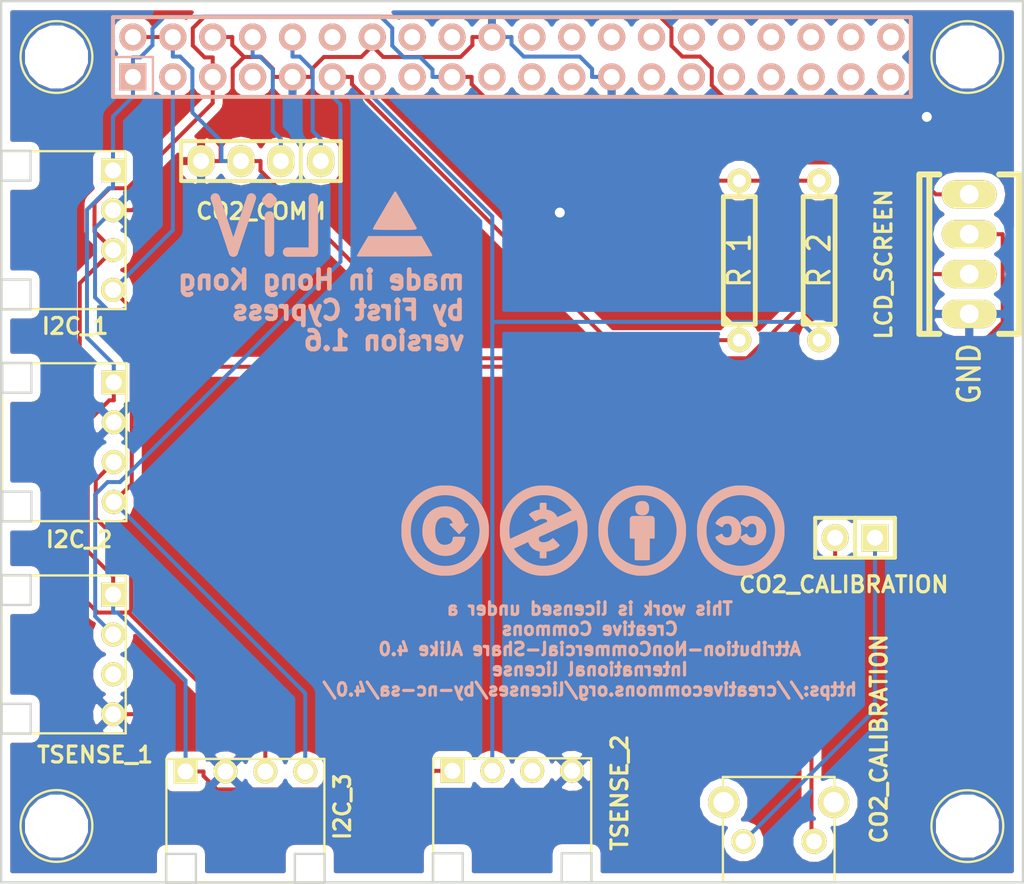
<source format=kicad_pcb>
(kicad_pcb (version 4) (host pcbnew "(2014-09-10 BZR 5127)-product")
  (layers (0 F.Cu signal) (31 B.Cu signal) (34 B.Paste user) (35 F.Paste user) (36 B.SilkS user) (37 F.SilkS user) (38 B.Mask user) (39 F.Mask user) (44 Edge.Cuts user))
  (net 0 "")
  (net 1 /GPIO_14)
  (net 2 /GPIO_15)
  (net 3 /GPIO_17)
  (net 4 /GPIO_2)
  (net 5 /GPIO_27)
  (net 6 /GPIO_3)
  (net 7 +3.3V)
  (net 8 +5V)
  (net 9 GND)
  (net 10 /GPIO_7)
  (net 11 /GPIO_11)
  (net 12 /GPIO_8)
  (net 13 /GPIO_9)
  (net 14 /GPIO_25)
  (net 15 /GPIO_10)
  (net 16 /GPIO_24)
  (net 17 /GPIO_22)
  (net 18 /GPIO_23)
  (net 19 /GPIO_18)
  (net 20 /GPIO_4)
  (net 21 /NC_27)
  (net 22 /NC_28)
  (net 23 "Net-(rpi40-Pad30)")
  (net 24 "Net-(rpi40-Pad29)")
  (net 25 "Net-(rpi40-Pad32)")
  (net 26 "Net-(rpi40-Pad31)")
  (net 27 "Net-(rpi40-Pad34)")
  (net 28 "Net-(rpi40-Pad33)")
  (net 29 "Net-(rpi40-Pad36)")
  (net 30 "Net-(rpi40-Pad38)")
  (net 31 "Net-(rpi40-Pad35)")
  (net 32 "Net-(rpi40-Pad37)")
  (net 33 "Net-(rpi40-Pad40)")
  (net 34 "Net-(rpi40-Pad39)")
  (net 35 "Net-(temp_1-Pad3)")
  (net 36 "Net-(temp_2-Pad3)")
  (net 37 "Net-(co2_calibration1-Pad1)")
  (net 38 "Net-(co2_calibration1-Pad2)")
  (module Discret:R4 (layer F.Cu) (at 209.3 141.48 90)
    (fp_text reference "R 1" (at 0 0 90) (layer F.SilkS) (effects (font (size 1.397 1.27) (thickness 0.2032))))
    (fp_text value 10k hide)
    (pad 1 thru_hole circle (at -5.08 0 90) (size 1.524 1.524) (drill 0.8128) (layers *.Cu *.Mask F.SilkS) (net 3 /GPIO_17))
    (pad 2 thru_hole circle (at 5.08 0 90) (size 1.524 1.524) (drill 0.8128) (layers *.Cu *.Mask F.SilkS) (net 7 +3.3V))
  )
  (module toolbox:CONNECTOR_MOLEX_4PIN_RIGHT_ANGLE (layer F.Cu) (at 169.42 139.55 90)
    (fp_text reference i2c_1 hide)
    (fp_text value I2C_1 (at -6.121 -2.411 180) (layer F.SilkS) (effects (font (size 1.016 1.016) (thickness 0.2032))))
    (fp_line (start 3.15 -7.1) (end 3.15 -5.25) (layer Edge.Cuts) (width 0.15))
    (fp_line (start 3.15 -5.25) (end 5.05 -5.25) (layer Edge.Cuts) (width 0.15))
    (fp_line (start 5.05 -5.25) (end 5.05 -7.1) (layer Edge.Cuts) (width 0.15))
    (fp_line (start 5.05 -7.1) (end 3.15 -7.1) (layer Edge.Cuts) (width 0.15))
    (fp_line (start -5.05 -7.1) (end -3.15 -7.1) (layer Edge.Cuts) (width 0.15))
    (fp_line (start -3.15 -7.1) (end -3.15 -5.25) (layer Edge.Cuts) (width 0.15))
    (fp_line (start -3.15 -5.25) (end -5.05 -5.25) (layer Edge.Cuts) (width 0.15))
    (fp_line (start -5.05 -5.25) (end -5.05 -7.1) (layer Edge.Cuts) (width 0.15))
    (pad 4 thru_hole circle (at -3.81 0 90) (size 1.524 1.524) (drill 1.016) (layers *.Cu *.Mask F.SilkS) (net 4 /GPIO_2))
    (pad 3 thru_hole circle (at -1.27 0 90) (size 1.524 1.524) (drill 1.016) (layers *.Cu *.Mask F.SilkS) (net 6 /GPIO_3))
    (pad 2 thru_hole circle (at 1.27 0 90) (size 1.524 1.524) (drill 1.016) (layers *.Cu *.Mask F.SilkS) (net 9 GND))
    (pad 1 thru_hole rect (at 3.81 0 90) (size 1.524 1.524) (drill 1.016) (layers *.Cu *.Mask F.SilkS) (net 7 +3.3V))
  )
  (module toolbox:CONNECTOR_MOLEX_4PIN_RIGHT_ANGLE (layer F.Cu) (at 194.84 174 180)
    (fp_text reference temp_2 hide)
    (fp_text value TSENSE_2 (at -6.84 -1.389 270) (layer F.SilkS) (effects (font (size 1.016 1.016) (thickness 0.2032))))
    (fp_line (start 3.15 -7.1) (end 3.15 -5.25) (layer Edge.Cuts) (width 0.15))
    (fp_line (start 3.15 -5.25) (end 5.05 -5.25) (layer Edge.Cuts) (width 0.15))
    (fp_line (start 5.05 -5.25) (end 5.05 -7.1) (layer Edge.Cuts) (width 0.15))
    (fp_line (start 5.05 -7.1) (end 3.15 -7.1) (layer Edge.Cuts) (width 0.15))
    (fp_line (start -5.05 -7.1) (end -3.15 -7.1) (layer Edge.Cuts) (width 0.15))
    (fp_line (start -3.15 -7.1) (end -3.15 -5.25) (layer Edge.Cuts) (width 0.15))
    (fp_line (start -3.15 -5.25) (end -5.05 -5.25) (layer Edge.Cuts) (width 0.15))
    (fp_line (start -5.05 -5.25) (end -5.05 -7.1) (layer Edge.Cuts) (width 0.15))
    (pad 4 thru_hole circle (at -3.81 0 180) (size 1.524 1.524) (drill 1.016) (layers *.Cu *.Mask F.SilkS) (net 9 GND))
    (pad 3 thru_hole circle (at -1.27 0 180) (size 1.524 1.524) (drill 1.016) (layers *.Cu *.Mask F.SilkS) (net 36 "Net-(temp_2-Pad3)"))
    (pad 2 thru_hole circle (at 1.27 0 180) (size 1.524 1.524) (drill 1.016) (layers *.Cu *.Mask F.SilkS) (net 5 /GPIO_27))
    (pad 1 thru_hole rect (at 3.81 0 180) (size 1.524 1.524) (drill 1.016) (layers *.Cu *.Mask F.SilkS) (net 7 +3.3V))
  )
  (module toolbox:CONNECTOR_MOLEX_4PIN_RIGHT_ANGLE (layer F.Cu) (at 177.85 174.04 180)
    (fp_text reference i2c_3 hide)
    (fp_text value I2C_3 (at -6.177 -2.238 270) (layer F.SilkS) (effects (font (size 1.016 1.016) (thickness 0.2032))))
    (fp_line (start 3.15 -7.1) (end 3.15 -5.25) (layer Edge.Cuts) (width 0.15))
    (fp_line (start 3.15 -5.25) (end 5.05 -5.25) (layer Edge.Cuts) (width 0.15))
    (fp_line (start 5.05 -5.25) (end 5.05 -7.1) (layer Edge.Cuts) (width 0.15))
    (fp_line (start 5.05 -7.1) (end 3.15 -7.1) (layer Edge.Cuts) (width 0.15))
    (fp_line (start -5.05 -7.1) (end -3.15 -7.1) (layer Edge.Cuts) (width 0.15))
    (fp_line (start -3.15 -7.1) (end -3.15 -5.25) (layer Edge.Cuts) (width 0.15))
    (fp_line (start -3.15 -5.25) (end -5.05 -5.25) (layer Edge.Cuts) (width 0.15))
    (fp_line (start -5.05 -5.25) (end -5.05 -7.1) (layer Edge.Cuts) (width 0.15))
    (pad 4 thru_hole circle (at -3.81 0 180) (size 1.524 1.524) (drill 1.016) (layers *.Cu *.Mask F.SilkS) (net 4 /GPIO_2))
    (pad 3 thru_hole circle (at -1.27 0 180) (size 1.524 1.524) (drill 1.016) (layers *.Cu *.Mask F.SilkS) (net 6 /GPIO_3))
    (pad 2 thru_hole circle (at 1.27 0 180) (size 1.524 1.524) (drill 1.016) (layers *.Cu *.Mask F.SilkS) (net 9 GND))
    (pad 1 thru_hole rect (at 3.81 0 180) (size 1.524 1.524) (drill 1.016) (layers *.Cu *.Mask F.SilkS) (net 7 +3.3V))
  )
  (module CONNECTOR_MOLEX_4PIN_RIGHT_ANGLE (layer F.Cu) (at 169.43 166.58 90)
    (fp_text reference temp_1 hide)
    (fp_text value TSENSE_1 (at -6.396 -1.151 180) (layer F.SilkS) (effects (font (size 1.016 1.016) (thickness 0.2032))))
    (fp_line (start 3.15 -7.1) (end 3.15 -5.25) (layer Edge.Cuts) (width 0.15))
    (fp_line (start 3.15 -5.25) (end 5.05 -5.25) (layer Edge.Cuts) (width 0.15))
    (fp_line (start 5.05 -5.25) (end 5.05 -7.1) (layer Edge.Cuts) (width 0.15))
    (fp_line (start 5.05 -7.1) (end 3.15 -7.1) (layer Edge.Cuts) (width 0.15))
    (fp_line (start -5.05 -7.1) (end -3.15 -7.1) (layer Edge.Cuts) (width 0.15))
    (fp_line (start -3.15 -7.1) (end -3.15 -5.25) (layer Edge.Cuts) (width 0.15))
    (fp_line (start -3.15 -5.25) (end -5.05 -5.25) (layer Edge.Cuts) (width 0.15))
    (fp_line (start -5.05 -5.25) (end -5.05 -7.1) (layer Edge.Cuts) (width 0.15))
    (pad 4 thru_hole circle (at -3.81 0 90) (size 1.524 1.524) (drill 1.016) (layers *.Cu *.Mask F.SilkS) (net 9 GND))
    (pad 3 thru_hole circle (at -1.27 0 90) (size 1.524 1.524) (drill 1.016) (layers *.Cu *.Mask F.SilkS) (net 35 "Net-(temp_1-Pad3)"))
    (pad 2 thru_hole circle (at 1.27 0 90) (size 1.524 1.524) (drill 1.016) (layers *.Cu *.Mask F.SilkS) (net 3 /GPIO_17))
    (pad 1 thru_hole rect (at 3.81 0 90) (size 1.524 1.524) (drill 1.016) (layers *.Cu *.Mask F.SilkS) (net 7 +3.3V))
  )
  (module toolbox:CONNECTOR_MOLEX_4PIN_RIGHT_ANGLE (layer F.Cu) (at 169.47 153.06 90)
    (fp_text reference i2c_2 hide)
    (fp_text value I2C_2 (at -6.2 -2.207 180) (layer F.SilkS) (effects (font (size 1.016 1.016) (thickness 0.2032))))
    (fp_line (start 3.15 -7.1) (end 3.15 -5.25) (layer Edge.Cuts) (width 0.15))
    (fp_line (start 3.15 -5.25) (end 5.05 -5.25) (layer Edge.Cuts) (width 0.15))
    (fp_line (start 5.05 -5.25) (end 5.05 -7.1) (layer Edge.Cuts) (width 0.15))
    (fp_line (start 5.05 -7.1) (end 3.15 -7.1) (layer Edge.Cuts) (width 0.15))
    (fp_line (start -5.05 -7.1) (end -3.15 -7.1) (layer Edge.Cuts) (width 0.15))
    (fp_line (start -3.15 -7.1) (end -3.15 -5.25) (layer Edge.Cuts) (width 0.15))
    (fp_line (start -3.15 -5.25) (end -5.05 -5.25) (layer Edge.Cuts) (width 0.15))
    (fp_line (start -5.05 -5.25) (end -5.05 -7.1) (layer Edge.Cuts) (width 0.15))
    (pad 4 thru_hole circle (at -3.81 0 90) (size 1.524 1.524) (drill 1.016) (layers *.Cu *.Mask F.SilkS) (net 4 /GPIO_2))
    (pad 3 thru_hole circle (at -1.27 0 90) (size 1.524 1.524) (drill 1.016) (layers *.Cu *.Mask F.SilkS) (net 6 /GPIO_3))
    (pad 2 thru_hole circle (at 1.27 0 90) (size 1.524 1.524) (drill 1.016) (layers *.Cu *.Mask F.SilkS) (net 9 GND))
    (pad 1 thru_hole rect (at 3.81 0 90) (size 1.524 1.524) (drill 1.016) (layers *.Cu *.Mask F.SilkS) (net 7 +3.3V))
  )
  (module Sockets_MOLEX_KK-System:Socket_MOLEX-KK-RM2-54mm_Lock_4pin_straight (layer F.Cu) (at 223.94 141.08 90)
    (fp_text reference screen hide)
    (fp_text value LCD_SCREEN (at -0.65 -5.45 90) (layer F.SilkS) (effects (font (size 1.016 1.016) (thickness 0.2032))))
    (fp_text user GND (at -7.62 0 90) (layer F.SilkS) (effects (font (size 1.397 1.27) (thickness 0.2032))))
    (pad 1 thru_hole oval (at -3.81 0 90) (size 1.80086 3.50012) (drill 1.19888) (layers *.Cu *.Mask F.SilkS) (net 9 GND))
    (pad 2 thru_hole oval (at -1.27 0 90) (size 1.80086 3.50012) (drill 1.19888) (layers *.Cu *.Mask F.SilkS) (net 8 +5V))
    (pad 3 thru_hole oval (at 1.27 0 90) (size 1.80086 3.50012) (drill 1.19888) (layers *.Cu *.Mask F.SilkS) (net 4 /GPIO_2))
    (pad 4 thru_hole oval (at 3.81 0 90) (size 1.80086 3.50012) (drill 1.19888) (layers *.Cu *.Mask F.SilkS) (net 6 /GPIO_3))
  )
  (module Socket_Strips:Socket_Strip_Straight_2x01 (layer F.Cu) (at 216.67 159.15 90)
    (fp_text reference co2_reset1 hide)
    (fp_text value CO2_CALIBRATION (at -2.98 -0.72 180) (layer F.SilkS) (effects (font (size 1.016 1.016) (thickness 0.2032))))
    (pad 1 thru_hole rect (at 0 1.27 90) (size 1.7272 1.7272) (drill 1.016) (layers *.Cu *.Mask F.SilkS) (net 38 "Net-(co2_calibration1-Pad2)"))
    (pad 2 thru_hole oval (at 0 -1.27 90) (size 1.7272 1.7272) (drill 1.016) (layers *.Cu *.Mask F.SilkS) (net 37 "Net-(co2_calibration1-Pad1)"))
  )
  (module Socket_Strips:Socket_Strip_Straight_1x04 (layer F.Cu) (at 178.84 135.15)
    (fp_text reference co2_comm hide)
    (fp_text value CO2_COMM (at 0 3.2) (layer F.SilkS) (effects (font (size 1.016 1.016) (thickness 0.2032))))
    (pad 1 thru_hole oval (at 3.81 0 180) (size 1.7272 2.032) (drill 1.016) (layers *.Cu *.Mask F.SilkS) (net 2 /GPIO_15))
    (pad 2 thru_hole oval (at 1.27 0 180) (size 1.7272 2.032) (drill 1.016) (layers *.Cu *.Mask F.SilkS) (net 1 /GPIO_14))
    (pad 3 thru_hole oval (at -1.27 0 180) (size 1.7272 2.032) (drill 1.016) (layers *.Cu *.Mask F.SilkS) (net 8 +5V))
    (pad 4 thru_hole oval (at -3.81 0 180) (size 1.7272 2.032) (drill 1.016) (layers *.Cu *.Mask F.SilkS) (net 9 GND))
  )
  (module toolbox:SWITCH_TACT_RIGHT_ANGLE (layer F.Cu) (at 211.81 178.49 180)
    (fp_text reference co2_calibration1 hide)
    (fp_text value CO2_CALIBRATION (at -6.38 6.53 270) (layer F.SilkS) (effects (font (size 1.016 1.016) (thickness 0.2032))))
    (pad 1 thru_hole circle (at -2.25 0 180) (size 1.6 1.6) (drill 1) (layers *.Cu *.Mask F.SilkS) (net 37 "Net-(co2_calibration1-Pad1)"))
    (pad 2 thru_hole circle (at 2.25 0 180) (size 1.524 1.524) (drill 1) (layers *.Cu *.Mask F.SilkS) (net 38 "Net-(co2_calibration1-Pad2)"))
    (pad "" np_thru_hole circle (at -3.505 2.49 180) (size 2 2) (drill 1.3) (layers *.Cu *.Mask F.SilkS))
    (pad "" np_thru_hole circle (at 3.505 2.49 180) (size 2 2) (drill 1.3) (layers *.Cu *.Mask F.SilkS))
  )
  (module Discret:R4 (layer F.Cu) (at 214.38 141.48 90)
    (fp_text reference "R 2" (at 0 0 90) (layer F.SilkS) (effects (font (size 1.397 1.27) (thickness 0.2032))))
    (fp_text value 10k hide)
    (pad 1 thru_hole circle (at -5.08 0 90) (size 1.524 1.524) (drill 0.8128) (layers *.Cu *.Mask F.SilkS) (net 5 /GPIO_27))
    (pad 2 thru_hole circle (at 5.08 0 90) (size 1.524 1.524) (drill 0.8128) (layers *.Cu *.Mask F.SilkS) (net 7 +3.3V))
  )
  (module toolbox:mountingHole (layer F.Cu) (at 223.82 177.52)
    (fp_text reference 3_MNT_HOLE_RPI_PLUS hide)
    (fp_text value "" hide)
    (pad "" np_thru_hole circle (at 0 0) (size 3 3) (drill 3) (layers *.Mask F.Cu F.SilkS))
  )
  (module toolbox:mountingHole (layer F.Cu) (at 165.82 177.51)
    (fp_text reference 4_MNT_HOLE_RPI_PLUS hide)
    (fp_text value "" hide)
    (pad "" np_thru_hole circle (at 0 0.01) (size 3 3) (drill 3) (layers *.Mask F.Cu F.SilkS))
  )
  (module toolbox:mountingHole (layer F.Cu) (at 165.82 128.52)
    (fp_text reference 1_MNT_HOLE_RPI_PLUS hide)
    (fp_text value "" hide)
    (pad "" np_thru_hole circle (at 0 0) (size 3 3) (drill 3) (layers *.Mask F.Cu F.SilkS))
  )
  (module toolbox:mountingHole (layer F.Cu) (at 223.82 128.52)
    (fp_text reference 2_MNT_HOLE_RPI_PLUS hide)
    (fp_text value "" hide)
    (pad "" np_thru_hole circle (at 0 0) (size 3 3) (drill 3) (layers *.Mask F.Cu F.SilkS))
  )
  (module toolbox:Socket_Strip_Straight_2x13 (layer B.Cu) (at 188.47 128.52 180)
    (fp_text reference rpi40 hide)
    (fp_text value CONN_20X2 hide)
    (pad 27 thru_hole oval (at -15.24 -1.27 180) (size 1.7272 1.7272) (drill 1.016) (layers *.Cu *.Mask B.SilkS) (net 21 /NC_27))
    (pad 28 thru_hole oval (at -15.24 1.27 180) (size 1.7272 1.7272) (drill 1.016) (layers *.Cu *.Mask B.SilkS) (net 22 /NC_28))
    (pad 25 thru_hole oval (at -12.7 -1.27 180) (size 1.7272 1.7272) (drill 1.016) (layers *.Cu *.Mask B.SilkS) (net 9 GND))
    (pad 26 thru_hole oval (at -12.7 1.27 180) (size 1.7272 1.7272) (drill 1.016) (layers *.Cu *.Mask B.SilkS) (net 10 /GPIO_7))
    (pad 23 thru_hole oval (at -10.16 -1.27 180) (size 1.7272 1.7272) (drill 1.016) (layers *.Cu *.Mask B.SilkS) (net 11 /GPIO_11))
    (pad 24 thru_hole oval (at -10.16 1.27 180) (size 1.7272 1.7272) (drill 1.016) (layers *.Cu *.Mask B.SilkS) (net 12 /GPIO_8))
    (pad 21 thru_hole oval (at -7.62 -1.27 180) (size 1.7272 1.7272) (drill 1.016) (layers *.Cu *.Mask B.SilkS) (net 13 /GPIO_9))
    (pad 22 thru_hole oval (at -7.62 1.27 180) (size 1.7272 1.7272) (drill 1.016) (layers *.Cu *.Mask B.SilkS) (net 14 /GPIO_25))
    (pad 19 thru_hole oval (at -5.08 -1.27 180) (size 1.7272 1.7272) (drill 1.016) (layers *.Cu *.Mask B.SilkS) (net 15 /GPIO_10))
    (pad 20 thru_hole oval (at -5.08 1.27 180) (size 1.7272 1.7272) (drill 1.016) (layers *.Cu *.Mask B.SilkS) (net 9 GND))
    (pad 17 thru_hole oval (at -2.54 -1.27 180) (size 1.7272 1.7272) (drill 1.016) (layers *.Cu *.Mask B.SilkS) (net 7 +3.3V))
    (pad 18 thru_hole oval (at -2.54 1.27 180) (size 1.7272 1.7272) (drill 1.016) (layers *.Cu *.Mask B.SilkS) (net 16 /GPIO_24))
    (pad 15 thru_hole oval (at 0 -1.27 180) (size 1.7272 1.7272) (drill 1.016) (layers *.Cu *.Mask B.SilkS) (net 17 /GPIO_22))
    (pad 16 thru_hole oval (at 0 1.27 180) (size 1.7272 1.7272) (drill 1.016) (layers *.Cu *.Mask B.SilkS) (net 18 /GPIO_23))
    (pad 13 thru_hole oval (at 2.54 -1.27 180) (size 1.7272 1.7272) (drill 1.016) (layers *.Cu *.Mask B.SilkS) (net 5 /GPIO_27))
    (pad 14 thru_hole oval (at 2.54 1.27 180) (size 1.7272 1.7272) (drill 1.016) (layers *.Cu *.Mask B.SilkS) (net 9 GND))
    (pad 11 thru_hole oval (at 5.08 -1.27 180) (size 1.7272 1.7272) (drill 1.016) (layers *.Cu *.Mask B.SilkS) (net 3 /GPIO_17))
    (pad 12 thru_hole oval (at 5.08 1.27 180) (size 1.7272 1.7272) (drill 1.016) (layers *.Cu *.Mask B.SilkS) (net 19 /GPIO_18))
    (pad 9 thru_hole oval (at 7.62 -1.27 180) (size 1.7272 1.7272) (drill 1.016) (layers *.Cu *.Mask B.SilkS) (net 9 GND))
    (pad 10 thru_hole oval (at 7.62 1.27 180) (size 1.7272 1.7272) (drill 1.016) (layers *.Cu *.Mask B.SilkS) (net 2 /GPIO_15))
    (pad 7 thru_hole oval (at 10.16 -1.27 180) (size 1.7272 1.7272) (drill 1.016) (layers *.Cu *.Mask B.SilkS) (net 20 /GPIO_4))
    (pad 8 thru_hole oval (at 10.16 1.27 180) (size 1.7272 1.7272) (drill 1.016) (layers *.Cu *.Mask B.SilkS) (net 1 /GPIO_14))
    (pad 5 thru_hole oval (at 12.7 -1.27 180) (size 1.7272 1.7272) (drill 1.016) (layers *.Cu *.Mask B.SilkS) (net 6 /GPIO_3))
    (pad 6 thru_hole oval (at 12.7 1.27 180) (size 1.7272 1.7272) (drill 1.016) (layers *.Cu *.Mask B.SilkS) (net 9 GND))
    (pad 3 thru_hole oval (at 15.24 -1.27 180) (size 1.7272 1.7272) (drill 1.016) (layers *.Cu *.Mask B.SilkS) (net 4 /GPIO_2))
    (pad 4 thru_hole oval (at 15.24 1.27 180) (size 1.7272 1.7272) (drill 1.016) (layers *.Cu *.Mask B.SilkS) (net 8 +5V))
    (pad 2 thru_hole oval (at 17.78 1.27 180) (size 1.7272 1.7272) (drill 1.016) (layers *.Cu *.Mask B.SilkS) (net 8 +5V))
    (pad 1 thru_hole rect (at 17.78 -1.27 180) (size 1.7272 1.7272) (drill 1.016) (layers *.Cu *.Mask B.SilkS) (net 7 +3.3V))
    (pad 30 thru_hole circle (at -17.78 1.27) (size 1.7272 1.7272) (drill 1.016) (layers *.Cu *.Mask B.SilkS) (net 23 "Net-(rpi40-Pad30)"))
    (pad 29 thru_hole circle (at -17.78 -1.27) (size 1.7272 1.7272) (drill 1.016) (layers *.Cu *.Mask B.SilkS) (net 24 "Net-(rpi40-Pad29)"))
    (pad 32 thru_hole circle (at -20.32 1.27) (size 1.7272 1.7272) (drill 1.016) (layers *.Cu *.Mask B.SilkS) (net 25 "Net-(rpi40-Pad32)"))
    (pad 31 thru_hole circle (at -20.32 -1.27) (size 1.7272 1.7272) (drill 1.016) (layers *.Cu *.Mask B.SilkS) (net 26 "Net-(rpi40-Pad31)"))
    (pad 34 thru_hole circle (at -22.86 1.27) (size 1.7272 1.7272) (drill 1.016) (layers *.Cu *.Mask B.SilkS) (net 27 "Net-(rpi40-Pad34)"))
    (pad 33 thru_hole circle (at -22.86 -1.27) (size 1.7272 1.7272) (drill 1.016) (layers *.Cu *.Mask B.SilkS) (net 28 "Net-(rpi40-Pad33)"))
    (pad 36 thru_hole circle (at -25.4 1.27) (size 1.7272 1.7272) (drill 1.016) (layers *.Cu *.Mask B.SilkS) (net 29 "Net-(rpi40-Pad36)"))
    (pad 38 thru_hole circle (at -27.94 1.27) (size 1.7272 1.7272) (drill 1.016) (layers *.Cu *.Mask B.SilkS) (net 30 "Net-(rpi40-Pad38)"))
    (pad 35 thru_hole circle (at -25.4 -1.27) (size 1.7272 1.7272) (drill 1.016) (layers *.Cu *.Mask B.SilkS) (net 31 "Net-(rpi40-Pad35)"))
    (pad 37 thru_hole circle (at -27.94 -1.27) (size 1.7272 1.7272) (drill 1.016) (layers *.Cu *.Mask B.SilkS) (net 32 "Net-(rpi40-Pad37)"))
    (pad 40 thru_hole circle (at -30.48 1.27) (size 1.7272 1.7272) (drill 1.016) (layers *.Cu *.Mask B.SilkS) (net 33 "Net-(rpi40-Pad40)"))
    (pad 39 thru_hole circle (at -30.48 -1.27) (size 1.7272 1.7272) (drill 1.016) (layers *.Cu *.Mask B.SilkS) (net 34 "Net-(rpi40-Pad39)"))
  )
  (module toolbox:LivCypressOnlyLogo (layer B.Cu) (at 187.329 139.067)
    (fp_text reference liv_cone hide)
    (fp_text value LOGO hide)
  )
  (module toolbox:cc_by_nc_sa_logo_only (layer B.Cu) (at 199.9655 158.6885)
    (fp_text reference cc_by_nc_sa_logo_only hide)
    (fp_text value LOGO hide)
  )
  (gr_text "This work is licensed under a\nCreative Commons\nAttribution-NonCommercial-Share Alike 4.0\nInternational license\nhttps://creativecommons.org/licenses/by-nc-sa/4.0/" (at 199.775 166.245) (layer B.SilkS) (effects (font (size 0.8 0.8) (thickness 0.2)) (justify mirror)))
  (gr_text LiV (at 183.392 139.3845) (layer B.SilkS) (effects (font (size 3.45 3.45) (thickness 0.6)) (justify left mirror)))
  (gr_text "made in Hong Kong \nby First Cypress\nversion 1.6" (at 191.9645 144.655) (layer B.SilkS) (effects (font (size 1.2 1.2) (thickness 0.3)) (justify left mirror)))
  (gr_line (start 162.3 181.1) (end 162.3 124.964) (angle 90) (layer Edge.Cuts) (width 0.15))
  (gr_line (start 162.3 124.964) (end 227.36 124.964) (angle 90) (layer Edge.Cuts) (width 0.15))
  (gr_line (start 227.36 181.1) (end 162.3 181.1) (angle 90) (layer Edge.Cuts) (width 0.15))
  (gr_line (start 227.36 124.964) (end 227.36 181.1) (angle 90) (layer Edge.Cuts) (width 0.15))
  (via (at 221.238 132.336) (size 0.889) (layers F.Cu B.Cu) (net 0))
  (via (at 197.87 138.432) (size 0.889) (layers F.Cu B.Cu) (net 0))
  (segment (start 180.11 135.15) (end 180.11 133.7527) (width 0.254) (layer B.Cu) (net 1))
  (segment (start 178.31 127.25) (end 178.31 128.4949) (width 0.254) (layer B.Cu) (net 1))
  (segment (start 178.31 128.4949) (end 178.7769 128.4949) (width 0.254) (layer B.Cu) (net 1))
  (segment (start 178.7769 128.4949) (end 179.5943 129.3123) (width 0.254) (layer B.Cu) (net 1))
  (segment (start 179.5943 129.3123) (end 179.5943 133.237) (width 0.254) (layer B.Cu) (net 1))
  (segment (start 179.5943 133.237) (end 180.11 133.7527) (width 0.254) (layer B.Cu) (net 1))
  (segment (start 182.65 135.15) (end 182.65 133.7527) (width 0.254) (layer B.Cu) (net 2))
  (segment (start 180.85 127.25) (end 180.85 128.4949) (width 0.254) (layer B.Cu) (net 2))
  (segment (start 180.85 128.4949) (end 181.3169 128.4949) (width 0.254) (layer B.Cu) (net 2))
  (segment (start 181.3169 128.4949) (end 182.1343 129.3123) (width 0.254) (layer B.Cu) (net 2))
  (segment (start 182.1343 129.3123) (end 182.1343 133.237) (width 0.254) (layer B.Cu) (net 2))
  (segment (start 182.1343 133.237) (end 182.65 133.7527) (width 0.254) (layer B.Cu) (net 2))
  (segment (start 183.39 129.79) (end 183.39 131.0349) (width 0.254) (layer B.Cu) (net 3))
  (segment (start 183.39 131.0349) (end 183.9056 131.5505) (width 0.254) (layer B.Cu) (net 3))
  (segment (start 183.9056 131.5505) (end 183.9056 141.5621) (width 0.254) (layer B.Cu) (net 3))
  (segment (start 183.9056 141.5621) (end 169.8677 155.6) (width 0.254) (layer B.Cu) (net 3))
  (segment (start 169.8677 155.6) (end 169.0771 155.6) (width 0.254) (layer B.Cu) (net 3))
  (segment (start 169.0771 155.6) (end 168.2866 156.3905) (width 0.254) (layer B.Cu) (net 3))
  (segment (start 168.2866 156.3905) (end 168.2866 164.1666) (width 0.254) (layer B.Cu) (net 3))
  (segment (start 168.2866 164.1666) (end 169.43 165.31) (width 0.254) (layer B.Cu) (net 3))
  (segment (start 183.39 129.79) (end 184.6349 129.79) (width 0.254) (layer F.Cu) (net 3))
  (segment (start 184.6349 129.79) (end 184.6349 130.2568) (width 0.254) (layer F.Cu) (net 3))
  (segment (start 184.6349 130.2568) (end 200.9381 146.56) (width 0.254) (layer F.Cu) (net 3))
  (segment (start 200.9381 146.56) (end 209.3 146.56) (width 0.254) (layer F.Cu) (net 3))
  (segment (start 169.47 156.87) (end 181.66 169.06) (width 0.254) (layer B.Cu) (net 4))
  (segment (start 181.66 169.06) (end 181.66 174.04) (width 0.254) (layer B.Cu) (net 4))
  (segment (start 170.6156 148.2537) (end 170.6156 155.7244) (width 0.254) (layer F.Cu) (net 4))
  (segment (start 170.6156 155.7244) (end 169.47 156.87) (width 0.254) (layer F.Cu) (net 4))
  (segment (start 169.42 143.36) (end 170.6156 144.5556) (width 0.254) (layer F.Cu) (net 4))
  (segment (start 170.6156 144.5556) (end 170.6156 148.2537) (width 0.254) (layer F.Cu) (net 4))
  (segment (start 226.0714 139.81) (end 226.0714 145.424) (width 0.254) (layer F.Cu) (net 4))
  (segment (start 226.0714 145.424) (end 223.2417 148.2537) (width 0.254) (layer F.Cu) (net 4))
  (segment (start 223.2417 148.2537) (end 170.6156 148.2537) (width 0.254) (layer F.Cu) (net 4))
  (segment (start 173.23 129.79) (end 173.23 139.55) (width 0.254) (layer B.Cu) (net 4))
  (segment (start 173.23 139.55) (end 169.42 143.36) (width 0.254) (layer B.Cu) (net 4))
  (segment (start 223.94 139.81) (end 226.0714 139.81) (width 0.254) (layer F.Cu) (net 4))
  (segment (start 193.57 145.3947) (end 193.57 174) (width 0.254) (layer B.Cu) (net 5))
  (segment (start 185.93 131.0349) (end 193.57 138.6749) (width 0.254) (layer B.Cu) (net 5))
  (segment (start 193.57 138.6749) (end 193.57 145.3947) (width 0.254) (layer B.Cu) (net 5))
  (segment (start 193.57 145.3947) (end 213.2147 145.3947) (width 0.254) (layer B.Cu) (net 5))
  (segment (start 213.2147 145.3947) (end 214.38 146.56) (width 0.254) (layer B.Cu) (net 5))
  (segment (start 185.93 129.79) (end 185.93 131.0349) (width 0.254) (layer B.Cu) (net 5))
  (segment (start 170.4212 163.9134) (end 179.12 172.6122) (width 0.254) (layer F.Cu) (net 6))
  (segment (start 179.12 172.6122) (end 179.12 174.04) (width 0.254) (layer F.Cu) (net 6))
  (segment (start 170.4212 163.9134) (end 170.5738 163.7608) (width 0.254) (layer F.Cu) (net 6))
  (segment (start 170.5738 163.7608) (end 170.5738 160.1598) (width 0.254) (layer F.Cu) (net 6))
  (segment (start 170.5738 160.1598) (end 168.3203 157.9063) (width 0.254) (layer F.Cu) (net 6))
  (segment (start 168.3203 157.9063) (end 168.3203 155.4797) (width 0.254) (layer F.Cu) (net 6))
  (segment (start 168.3203 155.4797) (end 169.47 154.33) (width 0.254) (layer F.Cu) (net 6))
  (segment (start 169.42 140.82) (end 167.3037 142.9363) (width 0.254) (layer F.Cu) (net 6))
  (segment (start 167.3037 142.9363) (end 167.3037 162.7753) (width 0.254) (layer F.Cu) (net 6))
  (segment (start 167.3037 162.7753) (end 168.4418 163.9134) (width 0.254) (layer F.Cu) (net 6))
  (segment (start 168.4418 163.9134) (end 170.4212 163.9134) (width 0.254) (layer F.Cu) (net 6))
  (segment (start 175.77 129.79) (end 175.77 131.4532) (width 0.254) (layer F.Cu) (net 6))
  (segment (start 175.77 131.4532) (end 170.3398 136.8834) (width 0.254) (layer F.Cu) (net 6))
  (segment (start 170.3398 136.8834) (end 169.1999 136.8834) (width 0.254) (layer F.Cu) (net 6))
  (segment (start 169.1999 136.8834) (end 168.244 137.8393) (width 0.254) (layer F.Cu) (net 6))
  (segment (start 168.244 137.8393) (end 168.244 139.644) (width 0.254) (layer F.Cu) (net 6))
  (segment (start 168.244 139.644) (end 169.42 140.82) (width 0.254) (layer F.Cu) (net 6))
  (segment (start 175.77 129.2205) (end 175.77 129.79) (width 0.254) (layer F.Cu) (net 6))
  (segment (start 175.77 129.2205) (end 175.77 128.5451) (width 0.254) (layer F.Cu) (net 6))
  (segment (start 223.94 137.27) (end 221.8086 137.27) (width 0.254) (layer F.Cu) (net 6))
  (segment (start 221.8086 137.27) (end 219.7761 135.2375) (width 0.254) (layer F.Cu) (net 6))
  (segment (start 219.7761 135.2375) (end 212.4588 135.2375) (width 0.254) (layer F.Cu) (net 6))
  (segment (start 212.4588 135.2375) (end 207.545 130.3237) (width 0.254) (layer F.Cu) (net 6))
  (segment (start 207.545 130.3237) (end 207.545 129.2351) (width 0.254) (layer F.Cu) (net 6))
  (segment (start 207.545 129.2351) (end 206.8049 128.495) (width 0.254) (layer F.Cu) (net 6))
  (segment (start 206.8049 128.495) (end 205.6736 128.495) (width 0.254) (layer F.Cu) (net 6))
  (segment (start 205.6736 128.495) (end 204.98 127.8014) (width 0.254) (layer F.Cu) (net 6))
  (segment (start 204.98 127.8014) (end 204.98 126.6786) (width 0.254) (layer F.Cu) (net 6))
  (segment (start 204.98 126.6786) (end 204.2592 125.9578) (width 0.254) (layer F.Cu) (net 6))
  (segment (start 204.2592 125.9578) (end 175.2291 125.9578) (width 0.254) (layer F.Cu) (net 6))
  (segment (start 175.2291 125.9578) (end 174.5 126.6869) (width 0.254) (layer F.Cu) (net 6))
  (segment (start 174.5 126.6869) (end 174.5 127.7909) (width 0.254) (layer F.Cu) (net 6))
  (segment (start 174.5 127.7909) (end 175.2542 128.5451) (width 0.254) (layer F.Cu) (net 6))
  (segment (start 175.2542 128.5451) (end 175.77 128.5451) (width 0.254) (layer F.Cu) (net 6))
  (segment (start 169.42 135.74) (end 169.42 136.8833) (width 0.254) (layer B.Cu) (net 7))
  (segment (start 169.42 136.8833) (end 169.1342 136.8833) (width 0.254) (layer B.Cu) (net 7))
  (segment (start 169.1342 136.8833) (end 167.7636 138.2539) (width 0.254) (layer B.Cu) (net 7))
  (segment (start 167.7636 138.2539) (end 167.7636 146.4003) (width 0.254) (layer B.Cu) (net 7))
  (segment (start 167.7636 146.4003) (end 169.47 148.1067) (width 0.254) (layer B.Cu) (net 7))
  (segment (start 170.69 131.0349) (end 169.42 132.3049) (width 0.254) (layer B.Cu) (net 7))
  (segment (start 169.42 132.3049) (end 169.42 135.74) (width 0.254) (layer B.Cu) (net 7))
  (segment (start 169.47 149.25) (end 169.47 148.1067) (width 0.254) (layer B.Cu) (net 7))
  (segment (start 191.01 129.79) (end 192.2549 129.79) (width 0.254) (layer F.Cu) (net 7))
  (segment (start 192.2549 129.79) (end 192.2549 130.2568) (width 0.254) (layer F.Cu) (net 7))
  (segment (start 192.2549 130.2568) (end 198.3981 136.4) (width 0.254) (layer F.Cu) (net 7))
  (segment (start 198.3981 136.4) (end 209.3 136.4) (width 0.254) (layer F.Cu) (net 7))
  (segment (start 169.47 150.3933) (end 169.1842 150.3933) (width 0.254) (layer F.Cu) (net 7))
  (segment (start 169.1842 150.3933) (end 167.812 151.7655) (width 0.254) (layer F.Cu) (net 7))
  (segment (start 167.812 151.7655) (end 167.812 160.0087) (width 0.254) (layer F.Cu) (net 7))
  (segment (start 167.812 160.0087) (end 169.43 161.6267) (width 0.254) (layer F.Cu) (net 7))
  (segment (start 169.43 162.77) (end 169.43 161.6267) (width 0.254) (layer F.Cu) (net 7))
  (segment (start 169.47 149.25) (end 169.47 150.3933) (width 0.254) (layer F.Cu) (net 7))
  (segment (start 170.69 129.79) (end 170.69 128.5451) (width 0.254) (layer B.Cu) (net 7))
  (segment (start 191.01 129.79) (end 189.7651 129.79) (width 0.254) (layer B.Cu) (net 7))
  (segment (start 189.7651 129.79) (end 189.7651 129.3231) (width 0.254) (layer B.Cu) (net 7))
  (segment (start 189.7651 129.3231) (end 188.9871 128.5451) (width 0.254) (layer B.Cu) (net 7))
  (segment (start 188.9871 128.5451) (end 187.9437 128.5451) (width 0.254) (layer B.Cu) (net 7))
  (segment (start 187.9437 128.5451) (end 187.2 127.8014) (width 0.254) (layer B.Cu) (net 7))
  (segment (start 187.2 127.8014) (end 187.2 126.6786) (width 0.254) (layer B.Cu) (net 7))
  (segment (start 187.2 126.6786) (end 186.4792 125.9578) (width 0.254) (layer B.Cu) (net 7))
  (segment (start 186.4792 125.9578) (end 172.6891 125.9578) (width 0.254) (layer B.Cu) (net 7))
  (segment (start 172.6891 125.9578) (end 171.9349 126.712) (width 0.254) (layer B.Cu) (net 7))
  (segment (start 171.9349 126.712) (end 171.9349 127.7671) (width 0.254) (layer B.Cu) (net 7))
  (segment (start 171.9349 127.7671) (end 171.1569 128.5451) (width 0.254) (layer B.Cu) (net 7))
  (segment (start 171.1569 128.5451) (end 170.69 128.5451) (width 0.254) (layer B.Cu) (net 7))
  (segment (start 170.69 129.79) (end 170.69 131.0349) (width 0.254) (layer B.Cu) (net 7))
  (segment (start 169.43 162.77) (end 169.43 163.9133) (width 0.254) (layer B.Cu) (net 7))
  (segment (start 169.43 163.9133) (end 169.7158 163.9133) (width 0.254) (layer B.Cu) (net 7))
  (segment (start 169.7158 163.9133) (end 174.04 168.2375) (width 0.254) (layer B.Cu) (net 7))
  (segment (start 174.04 168.2375) (end 174.04 174.04) (width 0.254) (layer B.Cu) (net 7))
  (segment (start 214.38 136.4) (end 209.3 136.4) (width 0.254) (layer F.Cu) (net 7))
  (segment (start 174.04 174.04) (end 175.1833 174.04) (width 0.254) (layer F.Cu) (net 7))
  (segment (start 191.03 174) (end 189.8867 174) (width 0.254) (layer F.Cu) (net 7))
  (segment (start 189.8867 174) (end 188.7034 175.1833) (width 0.254) (layer F.Cu) (net 7))
  (segment (start 188.7034 175.1833) (end 176.0407 175.1833) (width 0.254) (layer F.Cu) (net 7))
  (segment (start 176.0407 175.1833) (end 175.1833 174.3259) (width 0.254) (layer F.Cu) (net 7))
  (segment (start 175.1833 174.3259) (end 175.1833 174.04) (width 0.254) (layer F.Cu) (net 7))
  (segment (start 177.57 135.15) (end 178.8149 135.15) (width 0.254) (layer F.Cu) (net 8))
  (segment (start 178.8149 135.15) (end 178.8149 135.7724) (width 0.254) (layer F.Cu) (net 8))
  (segment (start 178.8149 135.7724) (end 190.7573 147.7148) (width 0.254) (layer F.Cu) (net 8))
  (segment (start 190.7573 147.7148) (end 209.7961 147.7148) (width 0.254) (layer F.Cu) (net 8))
  (segment (start 209.7961 147.7148) (end 215.1609 142.35) (width 0.254) (layer F.Cu) (net 8))
  (segment (start 215.1609 142.35) (end 223.94 142.35) (width 0.254) (layer F.Cu) (net 8))
  (segment (start 177.57 135.15) (end 176.3251 135.15) (width 0.254) (layer B.Cu) (net 8))
  (segment (start 173.23 127.25) (end 173.23 128.4949) (width 0.254) (layer B.Cu) (net 8))
  (segment (start 173.23 128.4949) (end 173.6969 128.4949) (width 0.254) (layer B.Cu) (net 8))
  (segment (start 173.6969 128.4949) (end 174.4749 129.2729) (width 0.254) (layer B.Cu) (net 8))
  (segment (start 174.4749 129.2729) (end 174.4749 132.0549) (width 0.254) (layer B.Cu) (net 8))
  (segment (start 174.4749 132.0549) (end 176.3251 133.9051) (width 0.254) (layer B.Cu) (net 8))
  (segment (start 176.3251 133.9051) (end 176.3251 135.15) (width 0.254) (layer B.Cu) (net 8))
  (segment (start 170.69 127.25) (end 173.23 127.25) (width 0.254) (layer F.Cu) (net 8))
  (segment (start 201.17 129.79) (end 199.9251 129.79) (width 0.254) (layer B.Cu) (net 9))
  (segment (start 193.55 127.25) (end 194.7949 127.25) (width 0.254) (layer B.Cu) (net 9))
  (segment (start 194.7949 127.25) (end 194.7949 127.7169) (width 0.254) (layer B.Cu) (net 9))
  (segment (start 194.7949 127.7169) (end 195.5729 128.4949) (width 0.254) (layer B.Cu) (net 9))
  (segment (start 195.5729 128.4949) (end 199.1458 128.4949) (width 0.254) (layer B.Cu) (net 9))
  (segment (start 199.1458 128.4949) (end 199.9251 129.2742) (width 0.254) (layer B.Cu) (net 9))
  (segment (start 199.9251 129.2742) (end 199.9251 129.79) (width 0.254) (layer B.Cu) (net 9))
  (segment (start 176.58 174.04) (end 177.7481 175.2081) (width 0.254) (layer B.Cu) (net 9))
  (segment (start 177.7481 175.2081) (end 197.4419 175.2081) (width 0.254) (layer B.Cu) (net 9))
  (segment (start 197.4419 175.2081) (end 198.65 174) (width 0.254) (layer B.Cu) (net 9))
  (segment (start 169.43 170.39) (end 172.93 170.39) (width 0.254) (layer F.Cu) (net 9))
  (segment (start 172.93 170.39) (end 176.58 174.04) (width 0.254) (layer F.Cu) (net 9))
  (segment (start 177.7678 128.52) (end 178.8509 128.52) (width 0.254) (layer F.Cu) (net 9))
  (segment (start 178.8509 128.52) (end 179.6051 129.2742) (width 0.254) (layer F.Cu) (net 9))
  (segment (start 179.6051 129.2742) (end 179.6051 129.79) (width 0.254) (layer F.Cu) (net 9))
  (segment (start 177.0149 127.25) (end 177.0149 127.7671) (width 0.254) (layer F.Cu) (net 9))
  (segment (start 177.0149 127.7671) (end 177.7678 128.52) (width 0.254) (layer F.Cu) (net 9))
  (segment (start 177.7678 128.52) (end 177.04 129.2478) (width 0.254) (layer F.Cu) (net 9))
  (segment (start 177.04 129.2478) (end 177.04 133.14) (width 0.254) (layer F.Cu) (net 9))
  (segment (start 177.04 133.14) (end 176.2749 133.9051) (width 0.254) (layer F.Cu) (net 9))
  (segment (start 176.2749 133.9051) (end 176.2749 135.15) (width 0.254) (layer F.Cu) (net 9))
  (segment (start 175.03 135.15) (end 176.2749 135.15) (width 0.254) (layer F.Cu) (net 9))
  (segment (start 169.47 151.79) (end 170.6134 150.6466) (width 0.254) (layer B.Cu) (net 9))
  (segment (start 170.6134 150.6466) (end 170.6134 146.1702) (width 0.254) (layer B.Cu) (net 9))
  (segment (start 170.6134 146.1702) (end 168.2767 143.8335) (width 0.254) (layer B.Cu) (net 9))
  (segment (start 168.2767 143.8335) (end 168.2767 139.4233) (width 0.254) (layer B.Cu) (net 9))
  (segment (start 168.2767 139.4233) (end 169.42 138.28) (width 0.254) (layer B.Cu) (net 9))
  (segment (start 169.43 170.39) (end 167.7655 168.7255) (width 0.254) (layer B.Cu) (net 9))
  (segment (start 167.7655 168.7255) (end 167.7655 153.4945) (width 0.254) (layer B.Cu) (net 9))
  (segment (start 167.7655 153.4945) (end 169.47 151.79) (width 0.254) (layer B.Cu) (net 9))
  (segment (start 175.03 135.15) (end 173.7851 135.15) (width 0.254) (layer F.Cu) (net 9))
  (segment (start 173.7851 135.15) (end 170.6551 138.28) (width 0.254) (layer F.Cu) (net 9))
  (segment (start 170.6551 138.28) (end 169.42 138.28) (width 0.254) (layer F.Cu) (net 9))
  (segment (start 185.93 127.8195) (end 185.2295 128.52) (width 0.254) (layer F.Cu) (net 9))
  (segment (start 185.2295 128.52) (end 182.8491 128.52) (width 0.254) (layer F.Cu) (net 9))
  (segment (start 182.8491 128.52) (end 182.0949 129.2742) (width 0.254) (layer F.Cu) (net 9))
  (segment (start 182.0949 129.2742) (end 182.0949 129.79) (width 0.254) (layer F.Cu) (net 9))
  (segment (start 185.93 127.25) (end 185.93 127.8195) (width 0.254) (layer F.Cu) (net 9))
  (segment (start 185.93 127.8195) (end 186.6305 128.52) (width 0.254) (layer F.Cu) (net 9))
  (segment (start 186.6305 128.52) (end 191.5509 128.52) (width 0.254) (layer F.Cu) (net 9))
  (segment (start 191.5509 128.52) (end 192.3051 127.7658) (width 0.254) (layer F.Cu) (net 9))
  (segment (start 192.3051 127.7658) (end 192.3051 127.25) (width 0.254) (layer F.Cu) (net 9))
  (segment (start 193.55 127.25) (end 192.3051 127.25) (width 0.254) (layer F.Cu) (net 9))
  (segment (start 180.85 129.79) (end 182.0949 129.79) (width 0.254) (layer F.Cu) (net 9))
  (segment (start 180.85 129.79) (end 179.6051 129.79) (width 0.254) (layer F.Cu) (net 9))
  (segment (start 201.17 129.79) (end 201.17 131.0349) (width 0.254) (layer B.Cu) (net 9))
  (segment (start 223.94 144.89) (end 215.0251 144.89) (width 0.254) (layer B.Cu) (net 9))
  (segment (start 215.0251 144.89) (end 201.17 131.0349) (width 0.254) (layer B.Cu) (net 9))
  (segment (start 175.77 127.25) (end 177.0149 127.25) (width 0.254) (layer F.Cu) (net 9))
  (segment (start 215.4 159.15) (end 215.4 160.3949) (width 0.254) (layer F.Cu) (net 37))
  (segment (start 214.06 178.49) (end 213.8947 178.3247) (width 0.254) (layer F.Cu) (net 37))
  (segment (start 213.8947 178.3247) (end 213.8947 161.9002) (width 0.254) (layer F.Cu) (net 37))
  (segment (start 213.8947 161.9002) (end 215.4 160.3949) (width 0.254) (layer F.Cu) (net 37))
  (segment (start 209.56 178.49) (end 217.94 170.11) (width 0.254) (layer B.Cu) (net 38))
  (segment (start 217.94 170.11) (end 217.94 159.15) (width 0.254) (layer B.Cu) (net 38))
  (zone (net 9) (net_name GND) (layer B.Cu) (connect_pads (clearance 0.508)) (min_thickness 0.254) (fill yes (arc_segments 16) (thermal_gap 0.508) (thermal_bridge_width 0.508))
    (polygon (pts (xy 163.326 125.478) (xy 226.826 125.478) (xy 226.826 180.596) (xy 162.818 180.596) (xy 162.818 125.478) (xy 163.326 125.478)))
  )
  (zone (net 9) (net_name GND) (layer F.Cu) (connect_pads (clearance 0.508)) (min_thickness 0.254) (fill yes (arc_segments 16) (thermal_gap 0.508) (thermal_bridge_width 0.508))
    (polygon (pts (xy 226.826 180.596) (xy 162.818 180.596) (xy 162.818 125.478) (xy 226.826 125.478) (xy 226.826 131.066) (xy 226.826 135.384) (xy 226.826 180.596)))
  )
)
</source>
